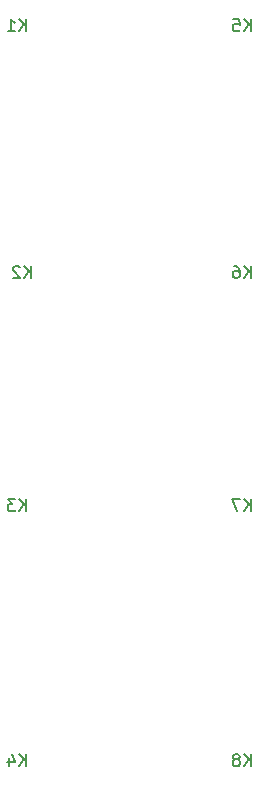
<source format=gbo>
G04 #@! TF.GenerationSoftware,KiCad,Pcbnew,5.1.5-5.1.5*
G04 #@! TF.CreationDate,2020-03-08T16:14:12+01:00*
G04 #@! TF.ProjectId,pcb,7063622e-6b69-4636-9164-5f7063625858,rev?*
G04 #@! TF.SameCoordinates,Original*
G04 #@! TF.FileFunction,Legend,Bot*
G04 #@! TF.FilePolarity,Positive*
%FSLAX46Y46*%
G04 Gerber Fmt 4.6, Leading zero omitted, Abs format (unit mm)*
G04 Created by KiCad (PCBNEW 5.1.5-5.1.5) date 2020-03-08 16:14:12*
%MOMM*%
%LPD*%
G04 APERTURE LIST*
%ADD10C,0.200000*%
G04 APERTURE END LIST*
D10*
X59592296Y-49804581D02*
X59592296Y-48804581D01*
X59020867Y-49804581D02*
X59449439Y-49233153D01*
X59020867Y-48804581D02*
X59592296Y-49376010D01*
X58639915Y-48899820D02*
X58592296Y-48852201D01*
X58497058Y-48804581D01*
X58258962Y-48804581D01*
X58163724Y-48852201D01*
X58116105Y-48899820D01*
X58068486Y-48995058D01*
X58068486Y-49090296D01*
X58116105Y-49233153D01*
X58687534Y-49804581D01*
X58068486Y-49804581D01*
X59158095Y-28900380D02*
X59158095Y-27900380D01*
X58586666Y-28900380D02*
X59015238Y-28328952D01*
X58586666Y-27900380D02*
X59158095Y-28471809D01*
X57634285Y-28900380D02*
X58205714Y-28900380D01*
X57920000Y-28900380D02*
X57920000Y-27900380D01*
X58015238Y-28043238D01*
X58110476Y-28138476D01*
X58205714Y-28186095D01*
X59158095Y-69540380D02*
X59158095Y-68540380D01*
X58586666Y-69540380D02*
X59015238Y-68968952D01*
X58586666Y-68540380D02*
X59158095Y-69111809D01*
X58253333Y-68540380D02*
X57634285Y-68540380D01*
X57967619Y-68921333D01*
X57824761Y-68921333D01*
X57729523Y-68968952D01*
X57681904Y-69016571D01*
X57634285Y-69111809D01*
X57634285Y-69349904D01*
X57681904Y-69445142D01*
X57729523Y-69492761D01*
X57824761Y-69540380D01*
X58110476Y-69540380D01*
X58205714Y-69492761D01*
X58253333Y-69445142D01*
X59158095Y-91130380D02*
X59158095Y-90130380D01*
X58586666Y-91130380D02*
X59015238Y-90558952D01*
X58586666Y-90130380D02*
X59158095Y-90701809D01*
X57729523Y-90463714D02*
X57729523Y-91130380D01*
X57967619Y-90082761D02*
X58205714Y-90797047D01*
X57586666Y-90797047D01*
X78208095Y-28900380D02*
X78208095Y-27900380D01*
X77636666Y-28900380D02*
X78065238Y-28328952D01*
X77636666Y-27900380D02*
X78208095Y-28471809D01*
X76731904Y-27900380D02*
X77208095Y-27900380D01*
X77255714Y-28376571D01*
X77208095Y-28328952D01*
X77112857Y-28281333D01*
X76874761Y-28281333D01*
X76779523Y-28328952D01*
X76731904Y-28376571D01*
X76684285Y-28471809D01*
X76684285Y-28709904D01*
X76731904Y-28805142D01*
X76779523Y-28852761D01*
X76874761Y-28900380D01*
X77112857Y-28900380D01*
X77208095Y-28852761D01*
X77255714Y-28805142D01*
X78208095Y-49804581D02*
X78208095Y-48804581D01*
X77636666Y-49804581D02*
X78065238Y-49233153D01*
X77636666Y-48804581D02*
X78208095Y-49376010D01*
X76779523Y-48804581D02*
X76970000Y-48804581D01*
X77065238Y-48852201D01*
X77112857Y-48899820D01*
X77208095Y-49042677D01*
X77255714Y-49233153D01*
X77255714Y-49614105D01*
X77208095Y-49709343D01*
X77160476Y-49756962D01*
X77065238Y-49804581D01*
X76874761Y-49804581D01*
X76779523Y-49756962D01*
X76731904Y-49709343D01*
X76684285Y-49614105D01*
X76684285Y-49376010D01*
X76731904Y-49280772D01*
X76779523Y-49233153D01*
X76874761Y-49185534D01*
X77065238Y-49185534D01*
X77160476Y-49233153D01*
X77208095Y-49280772D01*
X77255714Y-49376010D01*
X78208095Y-69540380D02*
X78208095Y-68540380D01*
X77636666Y-69540380D02*
X78065238Y-68968952D01*
X77636666Y-68540380D02*
X78208095Y-69111809D01*
X77303333Y-68540380D02*
X76636666Y-68540380D01*
X77065238Y-69540380D01*
X78208095Y-91130380D02*
X78208095Y-90130380D01*
X77636666Y-91130380D02*
X78065238Y-90558952D01*
X77636666Y-90130380D02*
X78208095Y-90701809D01*
X77065238Y-90558952D02*
X77160476Y-90511333D01*
X77208095Y-90463714D01*
X77255714Y-90368476D01*
X77255714Y-90320857D01*
X77208095Y-90225619D01*
X77160476Y-90178000D01*
X77065238Y-90130380D01*
X76874761Y-90130380D01*
X76779523Y-90178000D01*
X76731904Y-90225619D01*
X76684285Y-90320857D01*
X76684285Y-90368476D01*
X76731904Y-90463714D01*
X76779523Y-90511333D01*
X76874761Y-90558952D01*
X77065238Y-90558952D01*
X77160476Y-90606571D01*
X77208095Y-90654190D01*
X77255714Y-90749428D01*
X77255714Y-90939904D01*
X77208095Y-91035142D01*
X77160476Y-91082761D01*
X77065238Y-91130380D01*
X76874761Y-91130380D01*
X76779523Y-91082761D01*
X76731904Y-91035142D01*
X76684285Y-90939904D01*
X76684285Y-90749428D01*
X76731904Y-90654190D01*
X76779523Y-90606571D01*
X76874761Y-90558952D01*
M02*

</source>
